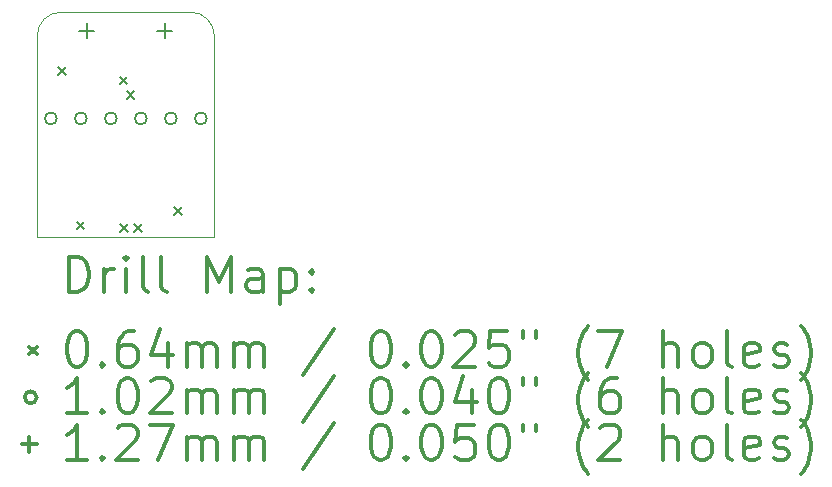
<source format=gbr>
%FSLAX45Y45*%
G04 Gerber Fmt 4.5, Leading zero omitted, Abs format (unit mm)*
G04 Created by KiCad (PCBNEW 0.201411181401+5290~19~ubuntu14.10.1-product) date Tuesday 02 December 2014 10:39:11 PM IST*
%MOMM*%
G01*
G04 APERTURE LIST*
%ADD10C,0.127000*%
%ADD11C,0.100000*%
%ADD12C,0.200000*%
%ADD13C,0.300000*%
G04 APERTURE END LIST*
D10*
D11*
X11000000Y-3200000D02*
X11000000Y-4900000D01*
X12500000Y-4900000D02*
X12500000Y-4600000D01*
X11000000Y-4900000D02*
X12500000Y-4900000D01*
X12500000Y-4600000D02*
X12500000Y-4400000D01*
X12500000Y-4400000D02*
X12500000Y-3200000D01*
X12300000Y-3000000D02*
X11200000Y-3000000D01*
X12500000Y-3200000D02*
G75*
G03X12300000Y-3000000I-200000J0D01*
G01*
X11200000Y-3000000D02*
G75*
G03X11000000Y-3200000I0J-200000D01*
G01*
D12*
X11178250Y-3468250D02*
X11241750Y-3531750D01*
X11241750Y-3468250D02*
X11178250Y-3531750D01*
X11335750Y-4773250D02*
X11399250Y-4836750D01*
X11399250Y-4773250D02*
X11335750Y-4836750D01*
X11698250Y-3548250D02*
X11761750Y-3611750D01*
X11761750Y-3548250D02*
X11698250Y-3611750D01*
X11703250Y-4795750D02*
X11766750Y-4859250D01*
X11766750Y-4795750D02*
X11703250Y-4859250D01*
X11758250Y-3668250D02*
X11821750Y-3731750D01*
X11821750Y-3668250D02*
X11758250Y-3731750D01*
X11820750Y-4795750D02*
X11884250Y-4859250D01*
X11884250Y-4795750D02*
X11820750Y-4859250D01*
X12160750Y-4653250D02*
X12224250Y-4716750D01*
X12224250Y-4653250D02*
X12160750Y-4716750D01*
X11165800Y-3900000D02*
G75*
G03X11165800Y-3900000I-50800J0D01*
G01*
X11419800Y-3900000D02*
G75*
G03X11419800Y-3900000I-50800J0D01*
G01*
X11673800Y-3900000D02*
G75*
G03X11673800Y-3900000I-50800J0D01*
G01*
X11927800Y-3900000D02*
G75*
G03X11927800Y-3900000I-50800J0D01*
G01*
X12181800Y-3900000D02*
G75*
G03X12181800Y-3900000I-50800J0D01*
G01*
X12435800Y-3900000D02*
G75*
G03X12435800Y-3900000I-50800J0D01*
G01*
X11419800Y-3094800D02*
X11419800Y-3221800D01*
X11356300Y-3158300D02*
X11483300Y-3158300D01*
X12080200Y-3094800D02*
X12080200Y-3221800D01*
X12016700Y-3158300D02*
X12143700Y-3158300D01*
D13*
X11266428Y-5370714D02*
X11266428Y-5070714D01*
X11337857Y-5070714D01*
X11380714Y-5085000D01*
X11409286Y-5113572D01*
X11423571Y-5142143D01*
X11437857Y-5199286D01*
X11437857Y-5242143D01*
X11423571Y-5299286D01*
X11409286Y-5327857D01*
X11380714Y-5356429D01*
X11337857Y-5370714D01*
X11266428Y-5370714D01*
X11566428Y-5370714D02*
X11566428Y-5170714D01*
X11566428Y-5227857D02*
X11580714Y-5199286D01*
X11595000Y-5185000D01*
X11623571Y-5170714D01*
X11652143Y-5170714D01*
X11752143Y-5370714D02*
X11752143Y-5170714D01*
X11752143Y-5070714D02*
X11737857Y-5085000D01*
X11752143Y-5099286D01*
X11766428Y-5085000D01*
X11752143Y-5070714D01*
X11752143Y-5099286D01*
X11937857Y-5370714D02*
X11909286Y-5356429D01*
X11895000Y-5327857D01*
X11895000Y-5070714D01*
X12095000Y-5370714D02*
X12066428Y-5356429D01*
X12052143Y-5327857D01*
X12052143Y-5070714D01*
X12437857Y-5370714D02*
X12437857Y-5070714D01*
X12537857Y-5285000D01*
X12637857Y-5070714D01*
X12637857Y-5370714D01*
X12909286Y-5370714D02*
X12909286Y-5213572D01*
X12895000Y-5185000D01*
X12866428Y-5170714D01*
X12809286Y-5170714D01*
X12780714Y-5185000D01*
X12909286Y-5356429D02*
X12880714Y-5370714D01*
X12809286Y-5370714D01*
X12780714Y-5356429D01*
X12766428Y-5327857D01*
X12766428Y-5299286D01*
X12780714Y-5270714D01*
X12809286Y-5256429D01*
X12880714Y-5256429D01*
X12909286Y-5242143D01*
X13052143Y-5170714D02*
X13052143Y-5470714D01*
X13052143Y-5185000D02*
X13080714Y-5170714D01*
X13137857Y-5170714D01*
X13166428Y-5185000D01*
X13180714Y-5199286D01*
X13195000Y-5227857D01*
X13195000Y-5313572D01*
X13180714Y-5342143D01*
X13166428Y-5356429D01*
X13137857Y-5370714D01*
X13080714Y-5370714D01*
X13052143Y-5356429D01*
X13323571Y-5342143D02*
X13337857Y-5356429D01*
X13323571Y-5370714D01*
X13309286Y-5356429D01*
X13323571Y-5342143D01*
X13323571Y-5370714D01*
X13323571Y-5185000D02*
X13337857Y-5199286D01*
X13323571Y-5213572D01*
X13309286Y-5199286D01*
X13323571Y-5185000D01*
X13323571Y-5213572D01*
X10931500Y-5833250D02*
X10995000Y-5896750D01*
X10995000Y-5833250D02*
X10931500Y-5896750D01*
X11323571Y-5700714D02*
X11352143Y-5700714D01*
X11380714Y-5715000D01*
X11395000Y-5729286D01*
X11409286Y-5757857D01*
X11423571Y-5815000D01*
X11423571Y-5886429D01*
X11409286Y-5943571D01*
X11395000Y-5972143D01*
X11380714Y-5986429D01*
X11352143Y-6000714D01*
X11323571Y-6000714D01*
X11295000Y-5986429D01*
X11280714Y-5972143D01*
X11266428Y-5943571D01*
X11252143Y-5886429D01*
X11252143Y-5815000D01*
X11266428Y-5757857D01*
X11280714Y-5729286D01*
X11295000Y-5715000D01*
X11323571Y-5700714D01*
X11552143Y-5972143D02*
X11566428Y-5986429D01*
X11552143Y-6000714D01*
X11537857Y-5986429D01*
X11552143Y-5972143D01*
X11552143Y-6000714D01*
X11823571Y-5700714D02*
X11766428Y-5700714D01*
X11737857Y-5715000D01*
X11723571Y-5729286D01*
X11695000Y-5772143D01*
X11680714Y-5829286D01*
X11680714Y-5943571D01*
X11695000Y-5972143D01*
X11709286Y-5986429D01*
X11737857Y-6000714D01*
X11795000Y-6000714D01*
X11823571Y-5986429D01*
X11837857Y-5972143D01*
X11852143Y-5943571D01*
X11852143Y-5872143D01*
X11837857Y-5843571D01*
X11823571Y-5829286D01*
X11795000Y-5815000D01*
X11737857Y-5815000D01*
X11709286Y-5829286D01*
X11695000Y-5843571D01*
X11680714Y-5872143D01*
X12109286Y-5800714D02*
X12109286Y-6000714D01*
X12037857Y-5686429D02*
X11966428Y-5900714D01*
X12152143Y-5900714D01*
X12266428Y-6000714D02*
X12266428Y-5800714D01*
X12266428Y-5829286D02*
X12280714Y-5815000D01*
X12309286Y-5800714D01*
X12352143Y-5800714D01*
X12380714Y-5815000D01*
X12395000Y-5843571D01*
X12395000Y-6000714D01*
X12395000Y-5843571D02*
X12409286Y-5815000D01*
X12437857Y-5800714D01*
X12480714Y-5800714D01*
X12509286Y-5815000D01*
X12523571Y-5843571D01*
X12523571Y-6000714D01*
X12666428Y-6000714D02*
X12666428Y-5800714D01*
X12666428Y-5829286D02*
X12680714Y-5815000D01*
X12709286Y-5800714D01*
X12752143Y-5800714D01*
X12780714Y-5815000D01*
X12795000Y-5843571D01*
X12795000Y-6000714D01*
X12795000Y-5843571D02*
X12809286Y-5815000D01*
X12837857Y-5800714D01*
X12880714Y-5800714D01*
X12909286Y-5815000D01*
X12923571Y-5843571D01*
X12923571Y-6000714D01*
X13509286Y-5686429D02*
X13252143Y-6072143D01*
X13895000Y-5700714D02*
X13923571Y-5700714D01*
X13952143Y-5715000D01*
X13966428Y-5729286D01*
X13980714Y-5757857D01*
X13995000Y-5815000D01*
X13995000Y-5886429D01*
X13980714Y-5943571D01*
X13966428Y-5972143D01*
X13952143Y-5986429D01*
X13923571Y-6000714D01*
X13895000Y-6000714D01*
X13866428Y-5986429D01*
X13852143Y-5972143D01*
X13837857Y-5943571D01*
X13823571Y-5886429D01*
X13823571Y-5815000D01*
X13837857Y-5757857D01*
X13852143Y-5729286D01*
X13866428Y-5715000D01*
X13895000Y-5700714D01*
X14123571Y-5972143D02*
X14137857Y-5986429D01*
X14123571Y-6000714D01*
X14109286Y-5986429D01*
X14123571Y-5972143D01*
X14123571Y-6000714D01*
X14323571Y-5700714D02*
X14352143Y-5700714D01*
X14380714Y-5715000D01*
X14395000Y-5729286D01*
X14409285Y-5757857D01*
X14423571Y-5815000D01*
X14423571Y-5886429D01*
X14409285Y-5943571D01*
X14395000Y-5972143D01*
X14380714Y-5986429D01*
X14352143Y-6000714D01*
X14323571Y-6000714D01*
X14295000Y-5986429D01*
X14280714Y-5972143D01*
X14266428Y-5943571D01*
X14252143Y-5886429D01*
X14252143Y-5815000D01*
X14266428Y-5757857D01*
X14280714Y-5729286D01*
X14295000Y-5715000D01*
X14323571Y-5700714D01*
X14537857Y-5729286D02*
X14552143Y-5715000D01*
X14580714Y-5700714D01*
X14652143Y-5700714D01*
X14680714Y-5715000D01*
X14695000Y-5729286D01*
X14709285Y-5757857D01*
X14709285Y-5786429D01*
X14695000Y-5829286D01*
X14523571Y-6000714D01*
X14709285Y-6000714D01*
X14980714Y-5700714D02*
X14837857Y-5700714D01*
X14823571Y-5843571D01*
X14837857Y-5829286D01*
X14866428Y-5815000D01*
X14937857Y-5815000D01*
X14966428Y-5829286D01*
X14980714Y-5843571D01*
X14995000Y-5872143D01*
X14995000Y-5943571D01*
X14980714Y-5972143D01*
X14966428Y-5986429D01*
X14937857Y-6000714D01*
X14866428Y-6000714D01*
X14837857Y-5986429D01*
X14823571Y-5972143D01*
X15109286Y-5700714D02*
X15109286Y-5757857D01*
X15223571Y-5700714D02*
X15223571Y-5757857D01*
X15666428Y-6115000D02*
X15652143Y-6100714D01*
X15623571Y-6057857D01*
X15609285Y-6029286D01*
X15595000Y-5986429D01*
X15580714Y-5915000D01*
X15580714Y-5857857D01*
X15595000Y-5786429D01*
X15609285Y-5743571D01*
X15623571Y-5715000D01*
X15652143Y-5672143D01*
X15666428Y-5657857D01*
X15752143Y-5700714D02*
X15952143Y-5700714D01*
X15823571Y-6000714D01*
X16295000Y-6000714D02*
X16295000Y-5700714D01*
X16423571Y-6000714D02*
X16423571Y-5843571D01*
X16409285Y-5815000D01*
X16380714Y-5800714D01*
X16337857Y-5800714D01*
X16309285Y-5815000D01*
X16295000Y-5829286D01*
X16609285Y-6000714D02*
X16580714Y-5986429D01*
X16566428Y-5972143D01*
X16552143Y-5943571D01*
X16552143Y-5857857D01*
X16566428Y-5829286D01*
X16580714Y-5815000D01*
X16609285Y-5800714D01*
X16652143Y-5800714D01*
X16680714Y-5815000D01*
X16695000Y-5829286D01*
X16709285Y-5857857D01*
X16709285Y-5943571D01*
X16695000Y-5972143D01*
X16680714Y-5986429D01*
X16652143Y-6000714D01*
X16609285Y-6000714D01*
X16880714Y-6000714D02*
X16852143Y-5986429D01*
X16837857Y-5957857D01*
X16837857Y-5700714D01*
X17109286Y-5986429D02*
X17080714Y-6000714D01*
X17023571Y-6000714D01*
X16995000Y-5986429D01*
X16980714Y-5957857D01*
X16980714Y-5843571D01*
X16995000Y-5815000D01*
X17023571Y-5800714D01*
X17080714Y-5800714D01*
X17109286Y-5815000D01*
X17123571Y-5843571D01*
X17123571Y-5872143D01*
X16980714Y-5900714D01*
X17237857Y-5986429D02*
X17266429Y-6000714D01*
X17323571Y-6000714D01*
X17352143Y-5986429D01*
X17366429Y-5957857D01*
X17366429Y-5943571D01*
X17352143Y-5915000D01*
X17323571Y-5900714D01*
X17280714Y-5900714D01*
X17252143Y-5886429D01*
X17237857Y-5857857D01*
X17237857Y-5843571D01*
X17252143Y-5815000D01*
X17280714Y-5800714D01*
X17323571Y-5800714D01*
X17352143Y-5815000D01*
X17466428Y-6115000D02*
X17480714Y-6100714D01*
X17509286Y-6057857D01*
X17523571Y-6029286D01*
X17537857Y-5986429D01*
X17552143Y-5915000D01*
X17552143Y-5857857D01*
X17537857Y-5786429D01*
X17523571Y-5743571D01*
X17509286Y-5715000D01*
X17480714Y-5672143D01*
X17466428Y-5657857D01*
X10995000Y-6261000D02*
G75*
G03X10995000Y-6261000I-50800J0D01*
G01*
X11423571Y-6396714D02*
X11252143Y-6396714D01*
X11337857Y-6396714D02*
X11337857Y-6096714D01*
X11309286Y-6139571D01*
X11280714Y-6168143D01*
X11252143Y-6182429D01*
X11552143Y-6368143D02*
X11566428Y-6382429D01*
X11552143Y-6396714D01*
X11537857Y-6382429D01*
X11552143Y-6368143D01*
X11552143Y-6396714D01*
X11752143Y-6096714D02*
X11780714Y-6096714D01*
X11809286Y-6111000D01*
X11823571Y-6125286D01*
X11837857Y-6153857D01*
X11852143Y-6211000D01*
X11852143Y-6282429D01*
X11837857Y-6339571D01*
X11823571Y-6368143D01*
X11809286Y-6382429D01*
X11780714Y-6396714D01*
X11752143Y-6396714D01*
X11723571Y-6382429D01*
X11709286Y-6368143D01*
X11695000Y-6339571D01*
X11680714Y-6282429D01*
X11680714Y-6211000D01*
X11695000Y-6153857D01*
X11709286Y-6125286D01*
X11723571Y-6111000D01*
X11752143Y-6096714D01*
X11966428Y-6125286D02*
X11980714Y-6111000D01*
X12009286Y-6096714D01*
X12080714Y-6096714D01*
X12109286Y-6111000D01*
X12123571Y-6125286D01*
X12137857Y-6153857D01*
X12137857Y-6182429D01*
X12123571Y-6225286D01*
X11952143Y-6396714D01*
X12137857Y-6396714D01*
X12266428Y-6396714D02*
X12266428Y-6196714D01*
X12266428Y-6225286D02*
X12280714Y-6211000D01*
X12309286Y-6196714D01*
X12352143Y-6196714D01*
X12380714Y-6211000D01*
X12395000Y-6239571D01*
X12395000Y-6396714D01*
X12395000Y-6239571D02*
X12409286Y-6211000D01*
X12437857Y-6196714D01*
X12480714Y-6196714D01*
X12509286Y-6211000D01*
X12523571Y-6239571D01*
X12523571Y-6396714D01*
X12666428Y-6396714D02*
X12666428Y-6196714D01*
X12666428Y-6225286D02*
X12680714Y-6211000D01*
X12709286Y-6196714D01*
X12752143Y-6196714D01*
X12780714Y-6211000D01*
X12795000Y-6239571D01*
X12795000Y-6396714D01*
X12795000Y-6239571D02*
X12809286Y-6211000D01*
X12837857Y-6196714D01*
X12880714Y-6196714D01*
X12909286Y-6211000D01*
X12923571Y-6239571D01*
X12923571Y-6396714D01*
X13509286Y-6082429D02*
X13252143Y-6468143D01*
X13895000Y-6096714D02*
X13923571Y-6096714D01*
X13952143Y-6111000D01*
X13966428Y-6125286D01*
X13980714Y-6153857D01*
X13995000Y-6211000D01*
X13995000Y-6282429D01*
X13980714Y-6339571D01*
X13966428Y-6368143D01*
X13952143Y-6382429D01*
X13923571Y-6396714D01*
X13895000Y-6396714D01*
X13866428Y-6382429D01*
X13852143Y-6368143D01*
X13837857Y-6339571D01*
X13823571Y-6282429D01*
X13823571Y-6211000D01*
X13837857Y-6153857D01*
X13852143Y-6125286D01*
X13866428Y-6111000D01*
X13895000Y-6096714D01*
X14123571Y-6368143D02*
X14137857Y-6382429D01*
X14123571Y-6396714D01*
X14109286Y-6382429D01*
X14123571Y-6368143D01*
X14123571Y-6396714D01*
X14323571Y-6096714D02*
X14352143Y-6096714D01*
X14380714Y-6111000D01*
X14395000Y-6125286D01*
X14409285Y-6153857D01*
X14423571Y-6211000D01*
X14423571Y-6282429D01*
X14409285Y-6339571D01*
X14395000Y-6368143D01*
X14380714Y-6382429D01*
X14352143Y-6396714D01*
X14323571Y-6396714D01*
X14295000Y-6382429D01*
X14280714Y-6368143D01*
X14266428Y-6339571D01*
X14252143Y-6282429D01*
X14252143Y-6211000D01*
X14266428Y-6153857D01*
X14280714Y-6125286D01*
X14295000Y-6111000D01*
X14323571Y-6096714D01*
X14680714Y-6196714D02*
X14680714Y-6396714D01*
X14609285Y-6082429D02*
X14537857Y-6296714D01*
X14723571Y-6296714D01*
X14895000Y-6096714D02*
X14923571Y-6096714D01*
X14952143Y-6111000D01*
X14966428Y-6125286D01*
X14980714Y-6153857D01*
X14995000Y-6211000D01*
X14995000Y-6282429D01*
X14980714Y-6339571D01*
X14966428Y-6368143D01*
X14952143Y-6382429D01*
X14923571Y-6396714D01*
X14895000Y-6396714D01*
X14866428Y-6382429D01*
X14852143Y-6368143D01*
X14837857Y-6339571D01*
X14823571Y-6282429D01*
X14823571Y-6211000D01*
X14837857Y-6153857D01*
X14852143Y-6125286D01*
X14866428Y-6111000D01*
X14895000Y-6096714D01*
X15109286Y-6096714D02*
X15109286Y-6153857D01*
X15223571Y-6096714D02*
X15223571Y-6153857D01*
X15666428Y-6511000D02*
X15652143Y-6496714D01*
X15623571Y-6453857D01*
X15609285Y-6425286D01*
X15595000Y-6382429D01*
X15580714Y-6311000D01*
X15580714Y-6253857D01*
X15595000Y-6182429D01*
X15609285Y-6139571D01*
X15623571Y-6111000D01*
X15652143Y-6068143D01*
X15666428Y-6053857D01*
X15909285Y-6096714D02*
X15852143Y-6096714D01*
X15823571Y-6111000D01*
X15809285Y-6125286D01*
X15780714Y-6168143D01*
X15766428Y-6225286D01*
X15766428Y-6339571D01*
X15780714Y-6368143D01*
X15795000Y-6382429D01*
X15823571Y-6396714D01*
X15880714Y-6396714D01*
X15909285Y-6382429D01*
X15923571Y-6368143D01*
X15937857Y-6339571D01*
X15937857Y-6268143D01*
X15923571Y-6239571D01*
X15909285Y-6225286D01*
X15880714Y-6211000D01*
X15823571Y-6211000D01*
X15795000Y-6225286D01*
X15780714Y-6239571D01*
X15766428Y-6268143D01*
X16295000Y-6396714D02*
X16295000Y-6096714D01*
X16423571Y-6396714D02*
X16423571Y-6239571D01*
X16409285Y-6211000D01*
X16380714Y-6196714D01*
X16337857Y-6196714D01*
X16309285Y-6211000D01*
X16295000Y-6225286D01*
X16609285Y-6396714D02*
X16580714Y-6382429D01*
X16566428Y-6368143D01*
X16552143Y-6339571D01*
X16552143Y-6253857D01*
X16566428Y-6225286D01*
X16580714Y-6211000D01*
X16609285Y-6196714D01*
X16652143Y-6196714D01*
X16680714Y-6211000D01*
X16695000Y-6225286D01*
X16709285Y-6253857D01*
X16709285Y-6339571D01*
X16695000Y-6368143D01*
X16680714Y-6382429D01*
X16652143Y-6396714D01*
X16609285Y-6396714D01*
X16880714Y-6396714D02*
X16852143Y-6382429D01*
X16837857Y-6353857D01*
X16837857Y-6096714D01*
X17109286Y-6382429D02*
X17080714Y-6396714D01*
X17023571Y-6396714D01*
X16995000Y-6382429D01*
X16980714Y-6353857D01*
X16980714Y-6239571D01*
X16995000Y-6211000D01*
X17023571Y-6196714D01*
X17080714Y-6196714D01*
X17109286Y-6211000D01*
X17123571Y-6239571D01*
X17123571Y-6268143D01*
X16980714Y-6296714D01*
X17237857Y-6382429D02*
X17266429Y-6396714D01*
X17323571Y-6396714D01*
X17352143Y-6382429D01*
X17366429Y-6353857D01*
X17366429Y-6339571D01*
X17352143Y-6311000D01*
X17323571Y-6296714D01*
X17280714Y-6296714D01*
X17252143Y-6282429D01*
X17237857Y-6253857D01*
X17237857Y-6239571D01*
X17252143Y-6211000D01*
X17280714Y-6196714D01*
X17323571Y-6196714D01*
X17352143Y-6211000D01*
X17466428Y-6511000D02*
X17480714Y-6496714D01*
X17509286Y-6453857D01*
X17523571Y-6425286D01*
X17537857Y-6382429D01*
X17552143Y-6311000D01*
X17552143Y-6253857D01*
X17537857Y-6182429D01*
X17523571Y-6139571D01*
X17509286Y-6111000D01*
X17480714Y-6068143D01*
X17466428Y-6053857D01*
X10931500Y-6593500D02*
X10931500Y-6720500D01*
X10868000Y-6657000D02*
X10995000Y-6657000D01*
X11423571Y-6792714D02*
X11252143Y-6792714D01*
X11337857Y-6792714D02*
X11337857Y-6492714D01*
X11309286Y-6535571D01*
X11280714Y-6564143D01*
X11252143Y-6578429D01*
X11552143Y-6764143D02*
X11566428Y-6778429D01*
X11552143Y-6792714D01*
X11537857Y-6778429D01*
X11552143Y-6764143D01*
X11552143Y-6792714D01*
X11680714Y-6521286D02*
X11695000Y-6507000D01*
X11723571Y-6492714D01*
X11795000Y-6492714D01*
X11823571Y-6507000D01*
X11837857Y-6521286D01*
X11852143Y-6549857D01*
X11852143Y-6578429D01*
X11837857Y-6621286D01*
X11666428Y-6792714D01*
X11852143Y-6792714D01*
X11952143Y-6492714D02*
X12152143Y-6492714D01*
X12023571Y-6792714D01*
X12266428Y-6792714D02*
X12266428Y-6592714D01*
X12266428Y-6621286D02*
X12280714Y-6607000D01*
X12309286Y-6592714D01*
X12352143Y-6592714D01*
X12380714Y-6607000D01*
X12395000Y-6635571D01*
X12395000Y-6792714D01*
X12395000Y-6635571D02*
X12409286Y-6607000D01*
X12437857Y-6592714D01*
X12480714Y-6592714D01*
X12509286Y-6607000D01*
X12523571Y-6635571D01*
X12523571Y-6792714D01*
X12666428Y-6792714D02*
X12666428Y-6592714D01*
X12666428Y-6621286D02*
X12680714Y-6607000D01*
X12709286Y-6592714D01*
X12752143Y-6592714D01*
X12780714Y-6607000D01*
X12795000Y-6635571D01*
X12795000Y-6792714D01*
X12795000Y-6635571D02*
X12809286Y-6607000D01*
X12837857Y-6592714D01*
X12880714Y-6592714D01*
X12909286Y-6607000D01*
X12923571Y-6635571D01*
X12923571Y-6792714D01*
X13509286Y-6478429D02*
X13252143Y-6864143D01*
X13895000Y-6492714D02*
X13923571Y-6492714D01*
X13952143Y-6507000D01*
X13966428Y-6521286D01*
X13980714Y-6549857D01*
X13995000Y-6607000D01*
X13995000Y-6678429D01*
X13980714Y-6735571D01*
X13966428Y-6764143D01*
X13952143Y-6778429D01*
X13923571Y-6792714D01*
X13895000Y-6792714D01*
X13866428Y-6778429D01*
X13852143Y-6764143D01*
X13837857Y-6735571D01*
X13823571Y-6678429D01*
X13823571Y-6607000D01*
X13837857Y-6549857D01*
X13852143Y-6521286D01*
X13866428Y-6507000D01*
X13895000Y-6492714D01*
X14123571Y-6764143D02*
X14137857Y-6778429D01*
X14123571Y-6792714D01*
X14109286Y-6778429D01*
X14123571Y-6764143D01*
X14123571Y-6792714D01*
X14323571Y-6492714D02*
X14352143Y-6492714D01*
X14380714Y-6507000D01*
X14395000Y-6521286D01*
X14409285Y-6549857D01*
X14423571Y-6607000D01*
X14423571Y-6678429D01*
X14409285Y-6735571D01*
X14395000Y-6764143D01*
X14380714Y-6778429D01*
X14352143Y-6792714D01*
X14323571Y-6792714D01*
X14295000Y-6778429D01*
X14280714Y-6764143D01*
X14266428Y-6735571D01*
X14252143Y-6678429D01*
X14252143Y-6607000D01*
X14266428Y-6549857D01*
X14280714Y-6521286D01*
X14295000Y-6507000D01*
X14323571Y-6492714D01*
X14695000Y-6492714D02*
X14552143Y-6492714D01*
X14537857Y-6635571D01*
X14552143Y-6621286D01*
X14580714Y-6607000D01*
X14652143Y-6607000D01*
X14680714Y-6621286D01*
X14695000Y-6635571D01*
X14709285Y-6664143D01*
X14709285Y-6735571D01*
X14695000Y-6764143D01*
X14680714Y-6778429D01*
X14652143Y-6792714D01*
X14580714Y-6792714D01*
X14552143Y-6778429D01*
X14537857Y-6764143D01*
X14895000Y-6492714D02*
X14923571Y-6492714D01*
X14952143Y-6507000D01*
X14966428Y-6521286D01*
X14980714Y-6549857D01*
X14995000Y-6607000D01*
X14995000Y-6678429D01*
X14980714Y-6735571D01*
X14966428Y-6764143D01*
X14952143Y-6778429D01*
X14923571Y-6792714D01*
X14895000Y-6792714D01*
X14866428Y-6778429D01*
X14852143Y-6764143D01*
X14837857Y-6735571D01*
X14823571Y-6678429D01*
X14823571Y-6607000D01*
X14837857Y-6549857D01*
X14852143Y-6521286D01*
X14866428Y-6507000D01*
X14895000Y-6492714D01*
X15109286Y-6492714D02*
X15109286Y-6549857D01*
X15223571Y-6492714D02*
X15223571Y-6549857D01*
X15666428Y-6907000D02*
X15652143Y-6892714D01*
X15623571Y-6849857D01*
X15609285Y-6821286D01*
X15595000Y-6778429D01*
X15580714Y-6707000D01*
X15580714Y-6649857D01*
X15595000Y-6578429D01*
X15609285Y-6535571D01*
X15623571Y-6507000D01*
X15652143Y-6464143D01*
X15666428Y-6449857D01*
X15766428Y-6521286D02*
X15780714Y-6507000D01*
X15809285Y-6492714D01*
X15880714Y-6492714D01*
X15909285Y-6507000D01*
X15923571Y-6521286D01*
X15937857Y-6549857D01*
X15937857Y-6578429D01*
X15923571Y-6621286D01*
X15752143Y-6792714D01*
X15937857Y-6792714D01*
X16295000Y-6792714D02*
X16295000Y-6492714D01*
X16423571Y-6792714D02*
X16423571Y-6635571D01*
X16409285Y-6607000D01*
X16380714Y-6592714D01*
X16337857Y-6592714D01*
X16309285Y-6607000D01*
X16295000Y-6621286D01*
X16609285Y-6792714D02*
X16580714Y-6778429D01*
X16566428Y-6764143D01*
X16552143Y-6735571D01*
X16552143Y-6649857D01*
X16566428Y-6621286D01*
X16580714Y-6607000D01*
X16609285Y-6592714D01*
X16652143Y-6592714D01*
X16680714Y-6607000D01*
X16695000Y-6621286D01*
X16709285Y-6649857D01*
X16709285Y-6735571D01*
X16695000Y-6764143D01*
X16680714Y-6778429D01*
X16652143Y-6792714D01*
X16609285Y-6792714D01*
X16880714Y-6792714D02*
X16852143Y-6778429D01*
X16837857Y-6749857D01*
X16837857Y-6492714D01*
X17109286Y-6778429D02*
X17080714Y-6792714D01*
X17023571Y-6792714D01*
X16995000Y-6778429D01*
X16980714Y-6749857D01*
X16980714Y-6635571D01*
X16995000Y-6607000D01*
X17023571Y-6592714D01*
X17080714Y-6592714D01*
X17109286Y-6607000D01*
X17123571Y-6635571D01*
X17123571Y-6664143D01*
X16980714Y-6692714D01*
X17237857Y-6778429D02*
X17266429Y-6792714D01*
X17323571Y-6792714D01*
X17352143Y-6778429D01*
X17366429Y-6749857D01*
X17366429Y-6735571D01*
X17352143Y-6707000D01*
X17323571Y-6692714D01*
X17280714Y-6692714D01*
X17252143Y-6678429D01*
X17237857Y-6649857D01*
X17237857Y-6635571D01*
X17252143Y-6607000D01*
X17280714Y-6592714D01*
X17323571Y-6592714D01*
X17352143Y-6607000D01*
X17466428Y-6907000D02*
X17480714Y-6892714D01*
X17509286Y-6849857D01*
X17523571Y-6821286D01*
X17537857Y-6778429D01*
X17552143Y-6707000D01*
X17552143Y-6649857D01*
X17537857Y-6578429D01*
X17523571Y-6535571D01*
X17509286Y-6507000D01*
X17480714Y-6464143D01*
X17466428Y-6449857D01*
M02*

</source>
